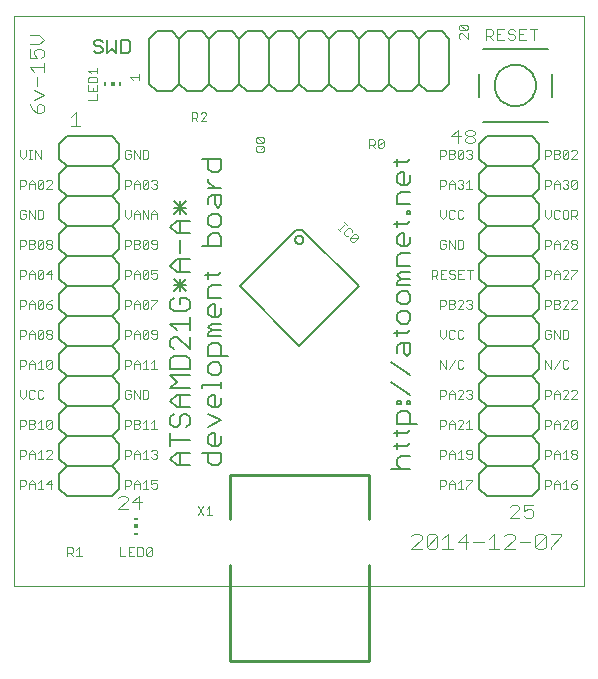
<source format=gto>
G75*
%MOIN*%
%OFA0B0*%
%FSLAX24Y24*%
%IPPOS*%
%LPD*%
%AMOC8*
5,1,8,0,0,1.08239X$1,22.5*
%
%ADD10C,0.0000*%
%ADD11C,0.0060*%
%ADD12C,0.0030*%
%ADD13C,0.0040*%
%ADD14C,0.0050*%
%ADD15C,0.0100*%
%ADD16C,0.0080*%
%ADD17R,0.0118X0.0059*%
%ADD18R,0.0118X0.0118*%
%ADD19R,0.0059X0.0118*%
D10*
X001150Y002646D02*
X001150Y021646D01*
X020150Y021646D01*
X020150Y002646D01*
X001150Y002646D01*
D11*
X002900Y005646D02*
X004400Y005646D01*
X004650Y005896D01*
X004650Y006396D01*
X004400Y006646D01*
X002900Y006646D01*
X002650Y006396D01*
X002650Y005896D01*
X002900Y005646D01*
X002900Y006646D02*
X002650Y006896D01*
X002650Y007396D01*
X002900Y007646D01*
X004400Y007646D01*
X004650Y007396D01*
X004650Y006896D01*
X004400Y006646D01*
X004400Y007646D02*
X004650Y007896D01*
X004650Y008396D01*
X004400Y008646D01*
X002900Y008646D01*
X002650Y008896D01*
X002650Y009396D01*
X002900Y009646D01*
X004400Y009646D01*
X004650Y009396D01*
X004650Y008896D01*
X004400Y008646D01*
X004400Y009646D02*
X004650Y009896D01*
X004650Y010396D01*
X004400Y010646D01*
X002900Y010646D01*
X002650Y010896D01*
X002650Y011396D01*
X002900Y011646D01*
X004400Y011646D01*
X004650Y011396D01*
X004650Y010896D01*
X004400Y010646D01*
X004400Y011646D02*
X004650Y011896D01*
X004650Y012396D01*
X004400Y012646D01*
X002900Y012646D01*
X002650Y012396D01*
X002650Y011896D01*
X002900Y011646D01*
X002900Y012646D02*
X002650Y012896D01*
X002650Y013396D01*
X002900Y013646D01*
X004400Y013646D01*
X004650Y013396D01*
X004650Y012896D01*
X004400Y012646D01*
X004400Y013646D02*
X004650Y013896D01*
X004650Y014396D01*
X004400Y014646D01*
X002900Y014646D01*
X002650Y014396D01*
X002650Y013896D01*
X002900Y013646D01*
X002900Y014646D02*
X002650Y014896D01*
X002650Y015396D01*
X002900Y015646D01*
X004400Y015646D01*
X004650Y015396D01*
X004650Y014896D01*
X004400Y014646D01*
X004400Y015646D02*
X004650Y015896D01*
X004650Y016396D01*
X004400Y016646D01*
X002900Y016646D01*
X002650Y016396D01*
X002650Y015896D01*
X002900Y015646D01*
X002900Y016646D02*
X002650Y016896D01*
X002650Y017396D01*
X002900Y017646D01*
X004400Y017646D01*
X004650Y017396D01*
X004650Y016896D01*
X004400Y016646D01*
X006354Y014629D02*
X006568Y014842D01*
X006995Y014842D01*
X006888Y015060D02*
X006461Y015487D01*
X006461Y015273D02*
X006888Y015273D01*
X006888Y015487D02*
X006461Y015060D01*
X006675Y015060D02*
X006675Y015487D01*
X006675Y014842D02*
X006675Y014415D01*
X006568Y014415D02*
X006354Y014629D01*
X006568Y014415D02*
X006995Y014415D01*
X006675Y014198D02*
X006675Y013771D01*
X006675Y013553D02*
X006675Y013126D01*
X006568Y013126D02*
X006354Y013340D01*
X006568Y013553D01*
X006995Y013553D01*
X006995Y013126D02*
X006568Y013126D01*
X006675Y012909D02*
X006675Y012482D01*
X006888Y012482D02*
X006461Y012909D01*
X006461Y012695D02*
X006888Y012695D01*
X006888Y012909D02*
X006461Y012482D01*
X006461Y012264D02*
X006354Y012157D01*
X006354Y011944D01*
X006461Y011837D01*
X006888Y011837D01*
X006995Y011944D01*
X006995Y012157D01*
X006888Y012264D01*
X006675Y012264D01*
X006675Y012051D01*
X006995Y011620D02*
X006995Y011193D01*
X006995Y011406D02*
X006354Y011406D01*
X006568Y011193D01*
X006568Y010975D02*
X006461Y010975D01*
X006354Y010868D01*
X006354Y010655D01*
X006461Y010548D01*
X006461Y010331D02*
X006354Y010224D01*
X006354Y009904D01*
X006995Y009904D01*
X006995Y010224D01*
X006888Y010331D01*
X006461Y010331D01*
X006995Y010548D02*
X006568Y010975D01*
X006995Y010975D02*
X006995Y010548D01*
X007618Y010654D02*
X007618Y010333D01*
X008259Y010333D01*
X008045Y010333D02*
X008045Y010654D01*
X007938Y010760D01*
X007725Y010760D01*
X007618Y010654D01*
X007618Y010978D02*
X007618Y011085D01*
X007725Y011191D01*
X007618Y011298D01*
X007725Y011405D01*
X008045Y011405D01*
X008045Y011191D02*
X007725Y011191D01*
X007618Y010978D02*
X008045Y010978D01*
X007938Y011622D02*
X007725Y011622D01*
X007618Y011729D01*
X007618Y011943D01*
X007725Y012049D01*
X007831Y012049D01*
X007831Y011622D01*
X007938Y011622D02*
X008045Y011729D01*
X008045Y011943D01*
X008045Y012267D02*
X007618Y012267D01*
X007618Y012587D01*
X007725Y012694D01*
X008045Y012694D01*
X007938Y013018D02*
X007511Y013018D01*
X007618Y012911D02*
X007618Y013125D01*
X007938Y013018D02*
X008045Y013125D01*
X008670Y012646D02*
X010544Y014520D01*
X010756Y014520D01*
X012630Y012646D01*
X010650Y010666D01*
X008670Y012646D01*
X008045Y013986D02*
X007404Y013986D01*
X007618Y013986D02*
X007618Y014306D01*
X007725Y014413D01*
X007938Y014413D01*
X008045Y014306D01*
X008045Y013986D01*
X007938Y014630D02*
X007725Y014630D01*
X007618Y014737D01*
X007618Y014951D01*
X007725Y015057D01*
X007938Y015057D01*
X008045Y014951D01*
X008045Y014737D01*
X007938Y014630D01*
X007938Y015275D02*
X007831Y015382D01*
X007831Y015702D01*
X007725Y015702D02*
X008045Y015702D01*
X008045Y015382D01*
X007938Y015275D01*
X007618Y015595D02*
X007725Y015702D01*
X007618Y015595D02*
X007618Y015382D01*
X007618Y015919D02*
X008045Y015919D01*
X007831Y015919D02*
X007618Y016133D01*
X007618Y016240D01*
X007725Y016456D02*
X007618Y016563D01*
X007618Y016884D01*
X007404Y016884D02*
X008045Y016884D01*
X008045Y016563D01*
X007938Y016456D01*
X007725Y016456D01*
X007900Y019146D02*
X008400Y019146D01*
X008650Y019396D01*
X008650Y020896D01*
X008900Y021146D01*
X009400Y021146D01*
X009650Y020896D01*
X009650Y019396D01*
X009900Y019146D01*
X010400Y019146D01*
X010650Y019396D01*
X010650Y020896D01*
X010900Y021146D01*
X011400Y021146D01*
X011650Y020896D01*
X011650Y019396D01*
X011900Y019146D01*
X012400Y019146D01*
X012650Y019396D01*
X012650Y020896D01*
X012900Y021146D01*
X013400Y021146D01*
X013650Y020896D01*
X013650Y019396D01*
X013400Y019146D01*
X012900Y019146D01*
X012650Y019396D01*
X011650Y019396D02*
X011400Y019146D01*
X010900Y019146D01*
X010650Y019396D01*
X009650Y019396D02*
X009400Y019146D01*
X008900Y019146D01*
X008650Y019396D01*
X007900Y019146D02*
X007650Y019396D01*
X007650Y020896D01*
X007900Y021146D01*
X008400Y021146D01*
X008650Y020896D01*
X007650Y020896D02*
X007400Y021146D01*
X006900Y021146D01*
X006650Y020896D01*
X006650Y019396D01*
X006900Y019146D01*
X007400Y019146D01*
X007650Y019396D01*
X006650Y019396D02*
X006400Y019146D01*
X005900Y019146D01*
X005650Y019396D01*
X005650Y020896D01*
X005900Y021146D01*
X006400Y021146D01*
X006650Y020896D01*
X009650Y020896D02*
X009900Y021146D01*
X010400Y021146D01*
X010650Y020896D01*
X011650Y020896D02*
X011900Y021146D01*
X012400Y021146D01*
X012650Y020896D01*
X013650Y020896D02*
X013900Y021146D01*
X014400Y021146D01*
X014650Y020896D01*
X014900Y021146D01*
X015400Y021146D01*
X015650Y020896D01*
X015650Y019396D01*
X015400Y019146D01*
X014900Y019146D01*
X014650Y019396D01*
X014650Y020896D01*
X014650Y019396D02*
X014400Y019146D01*
X013900Y019146D01*
X013650Y019396D01*
X013918Y016885D02*
X013918Y016671D01*
X013811Y016778D02*
X014238Y016778D01*
X014345Y016885D01*
X014131Y016454D02*
X014025Y016454D01*
X013918Y016347D01*
X013918Y016134D01*
X014025Y016027D01*
X014238Y016027D01*
X014345Y016134D01*
X014345Y016347D01*
X014131Y016454D02*
X014131Y016027D01*
X014025Y015809D02*
X014345Y015809D01*
X014025Y015809D02*
X013918Y015703D01*
X013918Y015382D01*
X014345Y015382D01*
X014345Y015167D02*
X014238Y015167D01*
X014238Y015060D01*
X014345Y015060D01*
X014345Y015167D01*
X014345Y014844D02*
X014238Y014737D01*
X013811Y014737D01*
X013918Y014630D02*
X013918Y014844D01*
X014025Y014413D02*
X014131Y014413D01*
X014131Y013986D01*
X014025Y013986D02*
X014238Y013986D01*
X014345Y014092D01*
X014345Y014306D01*
X014025Y014413D02*
X013918Y014306D01*
X013918Y014092D01*
X014025Y013986D01*
X014025Y013768D02*
X014345Y013768D01*
X014025Y013768D02*
X013918Y013661D01*
X013918Y013341D01*
X014345Y013341D01*
X014345Y013124D02*
X014025Y013124D01*
X013918Y013017D01*
X014025Y012910D01*
X014345Y012910D01*
X014345Y012697D02*
X013918Y012697D01*
X013918Y012803D01*
X014025Y012910D01*
X014025Y012479D02*
X013918Y012372D01*
X013918Y012159D01*
X014025Y012052D01*
X014238Y012052D01*
X014345Y012159D01*
X014345Y012372D01*
X014238Y012479D01*
X014025Y012479D01*
X014025Y011835D02*
X013918Y011728D01*
X013918Y011514D01*
X014025Y011408D01*
X014238Y011408D01*
X014345Y011514D01*
X014345Y011728D01*
X014238Y011835D01*
X014025Y011835D01*
X013918Y011191D02*
X013918Y010978D01*
X013811Y011085D02*
X014238Y011085D01*
X014345Y011191D01*
X014345Y010760D02*
X014025Y010760D01*
X013918Y010654D01*
X013918Y010440D01*
X014131Y010440D02*
X014131Y010760D01*
X014345Y010760D02*
X014345Y010440D01*
X014238Y010333D01*
X014131Y010440D01*
X013704Y010116D02*
X014345Y009689D01*
X014345Y009044D02*
X013704Y009471D01*
X013918Y008829D02*
X014025Y008829D01*
X014025Y008722D01*
X013918Y008722D01*
X013918Y008829D01*
X014238Y008829D02*
X014345Y008829D01*
X014345Y008722D01*
X014238Y008722D01*
X014238Y008829D01*
X014238Y008504D02*
X014025Y008504D01*
X013918Y008398D01*
X013918Y008077D01*
X014559Y008077D01*
X014345Y008077D02*
X014345Y008398D01*
X014238Y008504D01*
X014345Y007861D02*
X014238Y007754D01*
X013811Y007754D01*
X013918Y007648D02*
X013918Y007861D01*
X013918Y007431D02*
X013918Y007218D01*
X013811Y007325D02*
X014238Y007325D01*
X014345Y007431D01*
X014345Y007000D02*
X014025Y007000D01*
X013918Y006894D01*
X013918Y006680D01*
X014025Y006573D01*
X014345Y006573D02*
X013704Y006573D01*
X016650Y006396D02*
X016650Y005896D01*
X016900Y005646D01*
X018400Y005646D01*
X018650Y005896D01*
X018650Y006396D01*
X018400Y006646D01*
X016900Y006646D01*
X016650Y006896D01*
X016650Y007396D01*
X016900Y007646D01*
X018400Y007646D01*
X018650Y007896D01*
X018650Y008396D01*
X018400Y008646D01*
X016900Y008646D01*
X016650Y008896D01*
X016650Y009396D01*
X016900Y009646D01*
X018400Y009646D01*
X018650Y009896D01*
X018650Y010396D01*
X018400Y010646D01*
X016900Y010646D01*
X016650Y010896D01*
X016650Y011396D01*
X016900Y011646D01*
X018400Y011646D01*
X018650Y011896D01*
X018650Y012396D01*
X018400Y012646D01*
X016900Y012646D01*
X016650Y012896D01*
X016650Y013396D01*
X016900Y013646D01*
X018400Y013646D01*
X018650Y013396D01*
X018650Y012896D01*
X018400Y012646D01*
X018400Y011646D02*
X018650Y011396D01*
X018650Y010896D01*
X018400Y010646D01*
X018400Y009646D02*
X018650Y009396D01*
X018650Y008896D01*
X018400Y008646D01*
X018400Y007646D02*
X018650Y007396D01*
X018650Y006896D01*
X018400Y006646D01*
X016900Y006646D02*
X016650Y006396D01*
X016900Y007646D02*
X016650Y007896D01*
X016650Y008396D01*
X016900Y008646D01*
X016900Y009646D02*
X016650Y009896D01*
X016650Y010396D01*
X016900Y010646D01*
X016900Y011646D02*
X016650Y011896D01*
X016650Y012396D01*
X016900Y012646D01*
X016900Y013646D02*
X016650Y013896D01*
X016650Y014396D01*
X016900Y014646D01*
X018400Y014646D01*
X018650Y014396D01*
X018650Y013896D01*
X018400Y013646D01*
X018400Y014646D02*
X018650Y014896D01*
X018650Y015396D01*
X018400Y015646D01*
X016900Y015646D01*
X016650Y015896D01*
X016650Y016396D01*
X016900Y016646D01*
X016650Y016896D01*
X016650Y017396D01*
X016900Y017646D01*
X018400Y017646D01*
X018650Y017396D01*
X018650Y016896D01*
X018400Y016646D01*
X016900Y016646D01*
X016900Y015646D02*
X016650Y015396D01*
X016650Y014896D01*
X016900Y014646D01*
X018400Y015646D02*
X018650Y015896D01*
X018650Y016396D01*
X018400Y016646D01*
X010509Y014202D02*
X010511Y014225D01*
X010517Y014248D01*
X010526Y014269D01*
X010539Y014289D01*
X010555Y014306D01*
X010573Y014320D01*
X010593Y014331D01*
X010615Y014339D01*
X010638Y014343D01*
X010662Y014343D01*
X010685Y014339D01*
X010707Y014331D01*
X010727Y014320D01*
X010745Y014306D01*
X010761Y014289D01*
X010774Y014269D01*
X010783Y014248D01*
X010789Y014225D01*
X010791Y014202D01*
X010789Y014179D01*
X010783Y014156D01*
X010774Y014135D01*
X010761Y014115D01*
X010745Y014098D01*
X010727Y014084D01*
X010707Y014073D01*
X010685Y014065D01*
X010662Y014061D01*
X010638Y014061D01*
X010615Y014065D01*
X010593Y014073D01*
X010573Y014084D01*
X010555Y014098D01*
X010539Y014115D01*
X010526Y014135D01*
X010517Y014156D01*
X010511Y014179D01*
X010509Y014202D01*
X007938Y010116D02*
X007725Y010116D01*
X007618Y010009D01*
X007618Y009795D01*
X007725Y009689D01*
X007938Y009689D01*
X008045Y009795D01*
X008045Y010009D01*
X007938Y010116D01*
X008045Y009473D02*
X008045Y009259D01*
X008045Y009366D02*
X007404Y009366D01*
X007404Y009259D01*
X007725Y009042D02*
X007618Y008935D01*
X007618Y008721D01*
X007725Y008614D01*
X007938Y008614D01*
X008045Y008721D01*
X008045Y008935D01*
X007831Y009042D02*
X007831Y008614D01*
X007618Y008397D02*
X008045Y008183D01*
X007618Y007970D01*
X007725Y007752D02*
X007618Y007646D01*
X007618Y007432D01*
X007725Y007325D01*
X007938Y007325D01*
X008045Y007432D01*
X008045Y007646D01*
X007831Y007752D02*
X007831Y007325D01*
X007618Y007108D02*
X007618Y006788D01*
X007725Y006681D01*
X007938Y006681D01*
X008045Y006788D01*
X008045Y007108D01*
X007404Y007108D01*
X006995Y007108D02*
X006568Y007108D01*
X006354Y006894D01*
X006568Y006681D01*
X006995Y006681D01*
X006675Y006681D02*
X006675Y007108D01*
X006354Y007325D02*
X006354Y007752D01*
X006354Y007539D02*
X006995Y007539D01*
X006888Y007970D02*
X006995Y008077D01*
X006995Y008290D01*
X006888Y008397D01*
X006781Y008397D01*
X006675Y008290D01*
X006675Y008077D01*
X006568Y007970D01*
X006461Y007970D01*
X006354Y008077D01*
X006354Y008290D01*
X006461Y008397D01*
X006568Y008614D02*
X006354Y008828D01*
X006568Y009042D01*
X006995Y009042D01*
X006995Y009259D02*
X006354Y009259D01*
X006568Y009473D01*
X006354Y009686D01*
X006995Y009686D01*
X006675Y009042D02*
X006675Y008614D01*
X006568Y008614D02*
X006995Y008614D01*
X007725Y009042D02*
X007831Y009042D01*
X007831Y007752D02*
X007725Y007752D01*
X002900Y007646D02*
X002650Y007896D01*
X002650Y008396D01*
X002900Y008646D01*
X002900Y009646D02*
X002650Y009896D01*
X002650Y010396D01*
X002900Y010646D01*
D12*
X002417Y010959D02*
X002369Y010911D01*
X002272Y010911D01*
X002224Y010959D01*
X002224Y011008D01*
X002272Y011056D01*
X002369Y011056D01*
X002417Y011008D01*
X002417Y010959D01*
X002369Y011056D02*
X002417Y011105D01*
X002417Y011153D01*
X002369Y011201D01*
X002272Y011201D01*
X002224Y011153D01*
X002224Y011105D01*
X002272Y011056D01*
X002123Y010959D02*
X002074Y010911D01*
X001978Y010911D01*
X001929Y010959D01*
X002123Y011153D01*
X002123Y010959D01*
X001929Y010959D02*
X001929Y011153D01*
X001978Y011201D01*
X002074Y011201D01*
X002123Y011153D01*
X001828Y011105D02*
X001828Y010911D01*
X001828Y011056D02*
X001635Y011056D01*
X001635Y011105D02*
X001731Y011201D01*
X001828Y011105D01*
X001635Y011105D02*
X001635Y010911D01*
X001533Y011056D02*
X001485Y011008D01*
X001340Y011008D01*
X001340Y010911D02*
X001340Y011201D01*
X001485Y011201D01*
X001533Y011153D01*
X001533Y011056D01*
X001485Y010201D02*
X001533Y010153D01*
X001533Y010056D01*
X001485Y010008D01*
X001340Y010008D01*
X001340Y009911D02*
X001340Y010201D01*
X001485Y010201D01*
X001635Y010105D02*
X001635Y009911D01*
X001635Y010056D02*
X001828Y010056D01*
X001828Y010105D02*
X001828Y009911D01*
X001929Y009911D02*
X002123Y009911D01*
X002026Y009911D02*
X002026Y010201D01*
X001929Y010105D01*
X001828Y010105D02*
X001731Y010201D01*
X001635Y010105D01*
X002224Y010153D02*
X002224Y009959D01*
X002417Y010153D01*
X002417Y009959D01*
X002369Y009911D01*
X002272Y009911D01*
X002224Y009959D01*
X002224Y010153D02*
X002272Y010201D01*
X002369Y010201D01*
X002417Y010153D01*
X002074Y009201D02*
X001978Y009201D01*
X001929Y009153D01*
X001929Y008959D01*
X001978Y008911D01*
X002074Y008911D01*
X002123Y008959D01*
X002123Y009153D02*
X002074Y009201D01*
X001828Y009153D02*
X001780Y009201D01*
X001683Y009201D01*
X001635Y009153D01*
X001635Y008959D01*
X001683Y008911D01*
X001780Y008911D01*
X001828Y008959D01*
X001533Y009008D02*
X001533Y009201D01*
X001340Y009201D02*
X001340Y009008D01*
X001437Y008911D01*
X001533Y009008D01*
X001485Y008201D02*
X001533Y008153D01*
X001533Y008056D01*
X001485Y008008D01*
X001340Y008008D01*
X001340Y007911D02*
X001340Y008201D01*
X001485Y008201D01*
X001635Y008201D02*
X001635Y007911D01*
X001780Y007911D01*
X001828Y007959D01*
X001828Y008008D01*
X001780Y008056D01*
X001635Y008056D01*
X001780Y008056D02*
X001828Y008105D01*
X001828Y008153D01*
X001780Y008201D01*
X001635Y008201D01*
X001929Y008105D02*
X002026Y008201D01*
X002026Y007911D01*
X001929Y007911D02*
X002123Y007911D01*
X002224Y007959D02*
X002224Y008153D01*
X002272Y008201D01*
X002369Y008201D01*
X002417Y008153D01*
X002224Y007959D01*
X002272Y007911D01*
X002369Y007911D01*
X002417Y007959D01*
X002417Y008153D01*
X002369Y007201D02*
X002272Y007201D01*
X002224Y007153D01*
X002369Y007201D02*
X002417Y007153D01*
X002417Y007105D01*
X002224Y006911D01*
X002417Y006911D01*
X002123Y006911D02*
X001929Y006911D01*
X002026Y006911D02*
X002026Y007201D01*
X001929Y007105D01*
X001828Y007105D02*
X001828Y006911D01*
X001828Y007056D02*
X001635Y007056D01*
X001635Y007105D02*
X001635Y006911D01*
X001533Y007056D02*
X001485Y007008D01*
X001340Y007008D01*
X001340Y006911D02*
X001340Y007201D01*
X001485Y007201D01*
X001533Y007153D01*
X001533Y007056D01*
X001635Y007105D02*
X001731Y007201D01*
X001828Y007105D01*
X001731Y006201D02*
X001828Y006105D01*
X001828Y005911D01*
X001929Y005911D02*
X002123Y005911D01*
X002026Y005911D02*
X002026Y006201D01*
X001929Y006105D01*
X001828Y006056D02*
X001635Y006056D01*
X001635Y006105D02*
X001731Y006201D01*
X001635Y006105D02*
X001635Y005911D01*
X001533Y006056D02*
X001485Y006008D01*
X001340Y006008D01*
X001340Y005911D02*
X001340Y006201D01*
X001485Y006201D01*
X001533Y006153D01*
X001533Y006056D01*
X002224Y006056D02*
X002417Y006056D01*
X002369Y005911D02*
X002369Y006201D01*
X002224Y006056D01*
X002915Y003951D02*
X003060Y003951D01*
X003108Y003903D01*
X003108Y003806D01*
X003060Y003758D01*
X002915Y003758D01*
X003012Y003758D02*
X003108Y003661D01*
X003210Y003661D02*
X003403Y003661D01*
X003306Y003661D02*
X003306Y003951D01*
X003210Y003855D01*
X002915Y003951D02*
X002915Y003661D01*
X004665Y003661D02*
X004858Y003661D01*
X004960Y003661D02*
X004960Y003951D01*
X005153Y003951D01*
X005254Y003951D02*
X005399Y003951D01*
X005448Y003903D01*
X005448Y003709D01*
X005399Y003661D01*
X005254Y003661D01*
X005254Y003951D01*
X005056Y003806D02*
X004960Y003806D01*
X004960Y003661D02*
X005153Y003661D01*
X005549Y003709D02*
X005742Y003903D01*
X005742Y003709D01*
X005694Y003661D01*
X005597Y003661D01*
X005549Y003709D01*
X005549Y003903D01*
X005597Y003951D01*
X005694Y003951D01*
X005742Y003903D01*
X004665Y003951D02*
X004665Y003661D01*
X004840Y005911D02*
X004840Y006201D01*
X004985Y006201D01*
X005033Y006153D01*
X005033Y006056D01*
X004985Y006008D01*
X004840Y006008D01*
X005135Y006056D02*
X005328Y006056D01*
X005328Y006105D02*
X005328Y005911D01*
X005429Y005911D02*
X005623Y005911D01*
X005526Y005911D02*
X005526Y006201D01*
X005429Y006105D01*
X005328Y006105D02*
X005231Y006201D01*
X005135Y006105D01*
X005135Y005911D01*
X005724Y005959D02*
X005772Y005911D01*
X005869Y005911D01*
X005917Y005959D01*
X005917Y006056D01*
X005869Y006105D01*
X005821Y006105D01*
X005724Y006056D01*
X005724Y006201D01*
X005917Y006201D01*
X005869Y006911D02*
X005772Y006911D01*
X005724Y006959D01*
X005623Y006911D02*
X005429Y006911D01*
X005526Y006911D02*
X005526Y007201D01*
X005429Y007105D01*
X005328Y007105D02*
X005328Y006911D01*
X005328Y007056D02*
X005135Y007056D01*
X005135Y007105D02*
X005135Y006911D01*
X005033Y007056D02*
X005033Y007153D01*
X004985Y007201D01*
X004840Y007201D01*
X004840Y006911D01*
X004840Y007008D02*
X004985Y007008D01*
X005033Y007056D01*
X005135Y007105D02*
X005231Y007201D01*
X005328Y007105D01*
X005724Y007153D02*
X005772Y007201D01*
X005869Y007201D01*
X005917Y007153D01*
X005917Y007105D01*
X005869Y007056D01*
X005917Y007008D01*
X005917Y006959D01*
X005869Y006911D01*
X005869Y007056D02*
X005821Y007056D01*
X005821Y007911D02*
X005821Y008201D01*
X005724Y008105D01*
X005724Y007911D02*
X005917Y007911D01*
X005623Y007911D02*
X005429Y007911D01*
X005526Y007911D02*
X005526Y008201D01*
X005429Y008105D01*
X005328Y008105D02*
X005280Y008056D01*
X005135Y008056D01*
X005033Y008056D02*
X004985Y008008D01*
X004840Y008008D01*
X004840Y007911D02*
X004840Y008201D01*
X004985Y008201D01*
X005033Y008153D01*
X005033Y008056D01*
X005135Y007911D02*
X005280Y007911D01*
X005328Y007959D01*
X005328Y008008D01*
X005280Y008056D01*
X005328Y008105D02*
X005328Y008153D01*
X005280Y008201D01*
X005135Y008201D01*
X005135Y007911D01*
X005135Y008911D02*
X005135Y009201D01*
X005328Y008911D01*
X005328Y009201D01*
X005429Y009201D02*
X005574Y009201D01*
X005623Y009153D01*
X005623Y008959D01*
X005574Y008911D01*
X005429Y008911D01*
X005429Y009201D01*
X005033Y009153D02*
X004985Y009201D01*
X004888Y009201D01*
X004840Y009153D01*
X004840Y008959D01*
X004888Y008911D01*
X004985Y008911D01*
X005033Y008959D01*
X005033Y009056D01*
X004937Y009056D01*
X004840Y009911D02*
X004840Y010201D01*
X004985Y010201D01*
X005033Y010153D01*
X005033Y010056D01*
X004985Y010008D01*
X004840Y010008D01*
X005135Y010056D02*
X005328Y010056D01*
X005328Y010105D02*
X005328Y009911D01*
X005429Y009911D02*
X005623Y009911D01*
X005526Y009911D02*
X005526Y010201D01*
X005429Y010105D01*
X005328Y010105D02*
X005231Y010201D01*
X005135Y010105D01*
X005135Y009911D01*
X005724Y009911D02*
X005917Y009911D01*
X005821Y009911D02*
X005821Y010201D01*
X005724Y010105D01*
X005772Y010911D02*
X005869Y010911D01*
X005917Y010959D01*
X005917Y011153D01*
X005869Y011201D01*
X005772Y011201D01*
X005724Y011153D01*
X005724Y011105D01*
X005772Y011056D01*
X005917Y011056D01*
X005772Y010911D02*
X005724Y010959D01*
X005623Y010959D02*
X005574Y010911D01*
X005478Y010911D01*
X005429Y010959D01*
X005623Y011153D01*
X005623Y010959D01*
X005429Y010959D02*
X005429Y011153D01*
X005478Y011201D01*
X005574Y011201D01*
X005623Y011153D01*
X005328Y011105D02*
X005328Y010911D01*
X005328Y011056D02*
X005135Y011056D01*
X005135Y011105D02*
X005231Y011201D01*
X005328Y011105D01*
X005135Y011105D02*
X005135Y010911D01*
X005033Y011056D02*
X004985Y011008D01*
X004840Y011008D01*
X004840Y010911D02*
X004840Y011201D01*
X004985Y011201D01*
X005033Y011153D01*
X005033Y011056D01*
X005135Y011911D02*
X005135Y012105D01*
X005231Y012201D01*
X005328Y012105D01*
X005328Y011911D01*
X005429Y011959D02*
X005623Y012153D01*
X005623Y011959D01*
X005574Y011911D01*
X005478Y011911D01*
X005429Y011959D01*
X005429Y012153D01*
X005478Y012201D01*
X005574Y012201D01*
X005623Y012153D01*
X005724Y012201D02*
X005917Y012201D01*
X005917Y012153D01*
X005724Y011959D01*
X005724Y011911D01*
X005328Y012056D02*
X005135Y012056D01*
X005033Y012056D02*
X005033Y012153D01*
X004985Y012201D01*
X004840Y012201D01*
X004840Y011911D01*
X004840Y012008D02*
X004985Y012008D01*
X005033Y012056D01*
X005135Y012911D02*
X005135Y013105D01*
X005231Y013201D01*
X005328Y013105D01*
X005328Y012911D01*
X005429Y012959D02*
X005623Y013153D01*
X005623Y012959D01*
X005574Y012911D01*
X005478Y012911D01*
X005429Y012959D01*
X005429Y013153D01*
X005478Y013201D01*
X005574Y013201D01*
X005623Y013153D01*
X005724Y013201D02*
X005724Y013056D01*
X005821Y013105D01*
X005869Y013105D01*
X005917Y013056D01*
X005917Y012959D01*
X005869Y012911D01*
X005772Y012911D01*
X005724Y012959D01*
X005724Y013201D02*
X005917Y013201D01*
X005328Y013056D02*
X005135Y013056D01*
X005033Y013056D02*
X004985Y013008D01*
X004840Y013008D01*
X004840Y012911D02*
X004840Y013201D01*
X004985Y013201D01*
X005033Y013153D01*
X005033Y013056D01*
X005135Y013911D02*
X005280Y013911D01*
X005328Y013959D01*
X005328Y014008D01*
X005280Y014056D01*
X005135Y014056D01*
X005033Y014056D02*
X005033Y014153D01*
X004985Y014201D01*
X004840Y014201D01*
X004840Y013911D01*
X004840Y014008D02*
X004985Y014008D01*
X005033Y014056D01*
X005135Y013911D02*
X005135Y014201D01*
X005280Y014201D01*
X005328Y014153D01*
X005328Y014105D01*
X005280Y014056D01*
X005429Y013959D02*
X005429Y014153D01*
X005478Y014201D01*
X005574Y014201D01*
X005623Y014153D01*
X005429Y013959D01*
X005478Y013911D01*
X005574Y013911D01*
X005623Y013959D01*
X005623Y014153D01*
X005724Y014153D02*
X005724Y014105D01*
X005772Y014056D01*
X005917Y014056D01*
X005917Y013959D02*
X005917Y014153D01*
X005869Y014201D01*
X005772Y014201D01*
X005724Y014153D01*
X005724Y013959D02*
X005772Y013911D01*
X005869Y013911D01*
X005917Y013959D01*
X005917Y014911D02*
X005917Y015105D01*
X005821Y015201D01*
X005724Y015105D01*
X005724Y014911D01*
X005623Y014911D02*
X005623Y015201D01*
X005724Y015056D02*
X005917Y015056D01*
X005623Y014911D02*
X005429Y015201D01*
X005429Y014911D01*
X005328Y014911D02*
X005328Y015105D01*
X005231Y015201D01*
X005135Y015105D01*
X005135Y014911D01*
X005033Y015008D02*
X005033Y015201D01*
X005135Y015056D02*
X005328Y015056D01*
X005033Y015008D02*
X004937Y014911D01*
X004840Y015008D01*
X004840Y015201D01*
X004840Y015911D02*
X004840Y016201D01*
X004985Y016201D01*
X005033Y016153D01*
X005033Y016056D01*
X004985Y016008D01*
X004840Y016008D01*
X005135Y016056D02*
X005328Y016056D01*
X005328Y016105D02*
X005328Y015911D01*
X005429Y015959D02*
X005478Y015911D01*
X005574Y015911D01*
X005623Y015959D01*
X005623Y016153D01*
X005429Y015959D01*
X005429Y016153D01*
X005478Y016201D01*
X005574Y016201D01*
X005623Y016153D01*
X005724Y016153D02*
X005772Y016201D01*
X005869Y016201D01*
X005917Y016153D01*
X005917Y016105D01*
X005869Y016056D01*
X005917Y016008D01*
X005917Y015959D01*
X005869Y015911D01*
X005772Y015911D01*
X005724Y015959D01*
X005821Y016056D02*
X005869Y016056D01*
X005328Y016105D02*
X005231Y016201D01*
X005135Y016105D01*
X005135Y015911D01*
X005135Y016911D02*
X005135Y017201D01*
X005328Y016911D01*
X005328Y017201D01*
X005429Y017201D02*
X005574Y017201D01*
X005623Y017153D01*
X005623Y016959D01*
X005574Y016911D01*
X005429Y016911D01*
X005429Y017201D01*
X005033Y017153D02*
X004985Y017201D01*
X004888Y017201D01*
X004840Y017153D01*
X004840Y016959D01*
X004888Y016911D01*
X004985Y016911D01*
X005033Y016959D01*
X005033Y017056D01*
X004937Y017056D01*
X003910Y018861D02*
X003620Y018861D01*
X003910Y018861D02*
X003910Y019055D01*
X003910Y019156D02*
X003910Y019349D01*
X003910Y019450D02*
X003910Y019595D01*
X003862Y019644D01*
X003668Y019644D01*
X003620Y019595D01*
X003620Y019450D01*
X003910Y019450D01*
X003765Y019252D02*
X003765Y019156D01*
X003620Y019156D02*
X003910Y019156D01*
X003620Y019156D02*
X003620Y019349D01*
X003717Y019745D02*
X003620Y019842D01*
X003910Y019842D01*
X003910Y019745D02*
X003910Y019939D01*
X005020Y019633D02*
X005310Y019633D01*
X005310Y019536D02*
X005310Y019730D01*
X005117Y019536D02*
X005020Y019633D01*
X007065Y018451D02*
X007065Y018161D01*
X007065Y018258D02*
X007210Y018258D01*
X007258Y018306D01*
X007258Y018403D01*
X007210Y018451D01*
X007065Y018451D01*
X007162Y018258D02*
X007258Y018161D01*
X007360Y018161D02*
X007553Y018355D01*
X007553Y018403D01*
X007505Y018451D01*
X007408Y018451D01*
X007360Y018403D01*
X007360Y018161D02*
X007553Y018161D01*
X009195Y017576D02*
X009195Y017479D01*
X009243Y017431D01*
X009437Y017431D01*
X009243Y017624D01*
X009437Y017624D01*
X009485Y017576D01*
X009485Y017479D01*
X009437Y017431D01*
X009437Y017330D02*
X009485Y017281D01*
X009485Y017184D01*
X009437Y017136D01*
X009243Y017136D01*
X009195Y017184D01*
X009195Y017281D01*
X009243Y017330D01*
X009437Y017330D01*
X009485Y017330D02*
X009388Y017233D01*
X009195Y017576D02*
X009243Y017624D01*
X012157Y014779D02*
X012225Y014710D01*
X012191Y014744D02*
X011986Y014539D01*
X011952Y014573D02*
X012020Y014505D01*
X012125Y014469D02*
X012125Y014400D01*
X012193Y014332D01*
X012261Y014332D01*
X012333Y014260D02*
X012607Y014260D01*
X012470Y014124D01*
X012401Y014124D01*
X012333Y014192D01*
X012333Y014260D01*
X012470Y014397D01*
X012538Y014397D01*
X012607Y014329D01*
X012607Y014260D01*
X012398Y014469D02*
X012398Y014537D01*
X012330Y014606D01*
X012261Y014606D01*
X012125Y014469D01*
X012976Y017266D02*
X012976Y017556D01*
X013121Y017556D01*
X013169Y017508D01*
X013169Y017411D01*
X013121Y017363D01*
X012976Y017363D01*
X013072Y017363D02*
X013169Y017266D01*
X013270Y017314D02*
X013270Y017508D01*
X013319Y017556D01*
X013415Y017556D01*
X013464Y017508D01*
X013270Y017314D01*
X013319Y017266D01*
X013415Y017266D01*
X013464Y017314D01*
X013464Y017508D01*
X015340Y017201D02*
X015340Y016911D01*
X015340Y017008D02*
X015485Y017008D01*
X015533Y017056D01*
X015533Y017153D01*
X015485Y017201D01*
X015340Y017201D01*
X015635Y017201D02*
X015635Y016911D01*
X015780Y016911D01*
X015828Y016959D01*
X015828Y017008D01*
X015780Y017056D01*
X015635Y017056D01*
X015780Y017056D02*
X015828Y017105D01*
X015828Y017153D01*
X015780Y017201D01*
X015635Y017201D01*
X015929Y017153D02*
X015929Y016959D01*
X016123Y017153D01*
X016123Y016959D01*
X016074Y016911D01*
X015978Y016911D01*
X015929Y016959D01*
X015929Y017153D02*
X015978Y017201D01*
X016074Y017201D01*
X016123Y017153D01*
X016224Y017153D02*
X016272Y017201D01*
X016369Y017201D01*
X016417Y017153D01*
X016417Y017105D01*
X016369Y017056D01*
X016417Y017008D01*
X016417Y016959D01*
X016369Y016911D01*
X016272Y016911D01*
X016224Y016959D01*
X016321Y017056D02*
X016369Y017056D01*
X016321Y016201D02*
X016321Y015911D01*
X016417Y015911D02*
X016224Y015911D01*
X016123Y015959D02*
X016074Y015911D01*
X015978Y015911D01*
X015929Y015959D01*
X015828Y015911D02*
X015828Y016105D01*
X015731Y016201D01*
X015635Y016105D01*
X015635Y015911D01*
X015635Y016056D02*
X015828Y016056D01*
X015929Y016153D02*
X015978Y016201D01*
X016074Y016201D01*
X016123Y016153D01*
X016123Y016105D01*
X016074Y016056D01*
X016123Y016008D01*
X016123Y015959D01*
X016074Y016056D02*
X016026Y016056D01*
X016224Y016105D02*
X016321Y016201D01*
X015533Y016153D02*
X015533Y016056D01*
X015485Y016008D01*
X015340Y016008D01*
X015340Y015911D02*
X015340Y016201D01*
X015485Y016201D01*
X015533Y016153D01*
X015533Y015201D02*
X015533Y015008D01*
X015437Y014911D01*
X015340Y015008D01*
X015340Y015201D01*
X015635Y015153D02*
X015635Y014959D01*
X015683Y014911D01*
X015780Y014911D01*
X015828Y014959D01*
X015929Y014959D02*
X015978Y014911D01*
X016074Y014911D01*
X016123Y014959D01*
X015929Y014959D02*
X015929Y015153D01*
X015978Y015201D01*
X016074Y015201D01*
X016123Y015153D01*
X015828Y015153D02*
X015780Y015201D01*
X015683Y015201D01*
X015635Y015153D01*
X015635Y014201D02*
X015828Y013911D01*
X015828Y014201D01*
X015929Y014201D02*
X016074Y014201D01*
X016123Y014153D01*
X016123Y013959D01*
X016074Y013911D01*
X015929Y013911D01*
X015929Y014201D01*
X015635Y014201D02*
X015635Y013911D01*
X015533Y013959D02*
X015533Y014056D01*
X015437Y014056D01*
X015533Y013959D02*
X015485Y013911D01*
X015388Y013911D01*
X015340Y013959D01*
X015340Y014153D01*
X015388Y014201D01*
X015485Y014201D01*
X015533Y014153D01*
X015553Y013201D02*
X015360Y013201D01*
X015360Y012911D01*
X015553Y012911D01*
X015654Y012959D02*
X015703Y012911D01*
X015799Y012911D01*
X015848Y012959D01*
X015848Y013008D01*
X015799Y013056D01*
X015703Y013056D01*
X015654Y013105D01*
X015654Y013153D01*
X015703Y013201D01*
X015799Y013201D01*
X015848Y013153D01*
X015949Y013201D02*
X015949Y012911D01*
X016142Y012911D01*
X016046Y013056D02*
X015949Y013056D01*
X015949Y013201D02*
X016142Y013201D01*
X016244Y013201D02*
X016437Y013201D01*
X016340Y013201D02*
X016340Y012911D01*
X016369Y012201D02*
X016417Y012153D01*
X016417Y012105D01*
X016369Y012056D01*
X016417Y012008D01*
X016417Y011959D01*
X016369Y011911D01*
X016272Y011911D01*
X016224Y011959D01*
X016123Y011911D02*
X015929Y011911D01*
X016123Y012105D01*
X016123Y012153D01*
X016074Y012201D01*
X015978Y012201D01*
X015929Y012153D01*
X015828Y012153D02*
X015828Y012105D01*
X015780Y012056D01*
X015635Y012056D01*
X015533Y012056D02*
X015533Y012153D01*
X015485Y012201D01*
X015340Y012201D01*
X015340Y011911D01*
X015340Y012008D02*
X015485Y012008D01*
X015533Y012056D01*
X015635Y011911D02*
X015635Y012201D01*
X015780Y012201D01*
X015828Y012153D01*
X015780Y012056D02*
X015828Y012008D01*
X015828Y011959D01*
X015780Y011911D01*
X015635Y011911D01*
X016224Y012153D02*
X016272Y012201D01*
X016369Y012201D01*
X016369Y012056D02*
X016321Y012056D01*
X016074Y011201D02*
X015978Y011201D01*
X015929Y011153D01*
X015929Y010959D01*
X015978Y010911D01*
X016074Y010911D01*
X016123Y010959D01*
X016123Y011153D02*
X016074Y011201D01*
X015828Y011153D02*
X015780Y011201D01*
X015683Y011201D01*
X015635Y011153D01*
X015635Y010959D01*
X015683Y010911D01*
X015780Y010911D01*
X015828Y010959D01*
X015533Y011008D02*
X015437Y010911D01*
X015340Y011008D01*
X015340Y011201D01*
X015533Y011201D02*
X015533Y011008D01*
X015533Y010201D02*
X015533Y009911D01*
X015340Y010201D01*
X015340Y009911D01*
X015635Y009911D02*
X015828Y010201D01*
X015929Y010153D02*
X015929Y009959D01*
X015978Y009911D01*
X016074Y009911D01*
X016123Y009959D01*
X016123Y010153D02*
X016074Y010201D01*
X015978Y010201D01*
X015929Y010153D01*
X015978Y009201D02*
X015929Y009153D01*
X015978Y009201D02*
X016074Y009201D01*
X016123Y009153D01*
X016123Y009105D01*
X015929Y008911D01*
X016123Y008911D01*
X016224Y008959D02*
X016272Y008911D01*
X016369Y008911D01*
X016417Y008959D01*
X016417Y009008D01*
X016369Y009056D01*
X016321Y009056D01*
X016369Y009056D02*
X016417Y009105D01*
X016417Y009153D01*
X016369Y009201D01*
X016272Y009201D01*
X016224Y009153D01*
X015828Y009105D02*
X015828Y008911D01*
X015828Y009056D02*
X015635Y009056D01*
X015635Y009105D02*
X015731Y009201D01*
X015828Y009105D01*
X015635Y009105D02*
X015635Y008911D01*
X015533Y009056D02*
X015533Y009153D01*
X015485Y009201D01*
X015340Y009201D01*
X015340Y008911D01*
X015340Y009008D02*
X015485Y009008D01*
X015533Y009056D01*
X015485Y008201D02*
X015533Y008153D01*
X015533Y008056D01*
X015485Y008008D01*
X015340Y008008D01*
X015340Y007911D02*
X015340Y008201D01*
X015485Y008201D01*
X015635Y008105D02*
X015635Y007911D01*
X015635Y008056D02*
X015828Y008056D01*
X015828Y008105D02*
X015828Y007911D01*
X015929Y007911D02*
X016123Y008105D01*
X016123Y008153D01*
X016074Y008201D01*
X015978Y008201D01*
X015929Y008153D01*
X015828Y008105D02*
X015731Y008201D01*
X015635Y008105D01*
X015929Y007911D02*
X016123Y007911D01*
X016224Y007911D02*
X016417Y007911D01*
X016321Y007911D02*
X016321Y008201D01*
X016224Y008105D01*
X016272Y007201D02*
X016224Y007153D01*
X016224Y007105D01*
X016272Y007056D01*
X016417Y007056D01*
X016417Y006959D02*
X016417Y007153D01*
X016369Y007201D01*
X016272Y007201D01*
X016026Y007201D02*
X016026Y006911D01*
X015929Y006911D02*
X016123Y006911D01*
X016224Y006959D02*
X016272Y006911D01*
X016369Y006911D01*
X016417Y006959D01*
X016026Y007201D02*
X015929Y007105D01*
X015828Y007105D02*
X015828Y006911D01*
X015828Y007056D02*
X015635Y007056D01*
X015635Y007105D02*
X015635Y006911D01*
X015533Y007056D02*
X015533Y007153D01*
X015485Y007201D01*
X015340Y007201D01*
X015340Y006911D01*
X015340Y007008D02*
X015485Y007008D01*
X015533Y007056D01*
X015635Y007105D02*
X015731Y007201D01*
X015828Y007105D01*
X015731Y006201D02*
X015828Y006105D01*
X015828Y005911D01*
X015929Y005911D02*
X016123Y005911D01*
X016026Y005911D02*
X016026Y006201D01*
X015929Y006105D01*
X015828Y006056D02*
X015635Y006056D01*
X015635Y006105D02*
X015731Y006201D01*
X015635Y006105D02*
X015635Y005911D01*
X015533Y006056D02*
X015485Y006008D01*
X015340Y006008D01*
X015340Y005911D02*
X015340Y006201D01*
X015485Y006201D01*
X015533Y006153D01*
X015533Y006056D01*
X016224Y005959D02*
X016224Y005911D01*
X016224Y005959D02*
X016417Y006153D01*
X016417Y006201D01*
X016224Y006201D01*
X018840Y006201D02*
X018840Y005911D01*
X018840Y006008D02*
X018985Y006008D01*
X019033Y006056D01*
X019033Y006153D01*
X018985Y006201D01*
X018840Y006201D01*
X019135Y006105D02*
X019231Y006201D01*
X019328Y006105D01*
X019328Y005911D01*
X019429Y005911D02*
X019623Y005911D01*
X019526Y005911D02*
X019526Y006201D01*
X019429Y006105D01*
X019328Y006056D02*
X019135Y006056D01*
X019135Y006105D02*
X019135Y005911D01*
X019724Y005959D02*
X019772Y005911D01*
X019869Y005911D01*
X019917Y005959D01*
X019917Y006008D01*
X019869Y006056D01*
X019724Y006056D01*
X019724Y005959D01*
X019724Y006056D02*
X019821Y006153D01*
X019917Y006201D01*
X019869Y006911D02*
X019772Y006911D01*
X019724Y006959D01*
X019724Y007008D01*
X019772Y007056D01*
X019869Y007056D01*
X019917Y007008D01*
X019917Y006959D01*
X019869Y006911D01*
X019869Y007056D02*
X019917Y007105D01*
X019917Y007153D01*
X019869Y007201D01*
X019772Y007201D01*
X019724Y007153D01*
X019724Y007105D01*
X019772Y007056D01*
X019623Y006911D02*
X019429Y006911D01*
X019526Y006911D02*
X019526Y007201D01*
X019429Y007105D01*
X019328Y007105D02*
X019328Y006911D01*
X019328Y007056D02*
X019135Y007056D01*
X019135Y007105D02*
X019135Y006911D01*
X019033Y007056D02*
X018985Y007008D01*
X018840Y007008D01*
X018840Y006911D02*
X018840Y007201D01*
X018985Y007201D01*
X019033Y007153D01*
X019033Y007056D01*
X019135Y007105D02*
X019231Y007201D01*
X019328Y007105D01*
X019328Y007911D02*
X019328Y008105D01*
X019231Y008201D01*
X019135Y008105D01*
X019135Y007911D01*
X019135Y008056D02*
X019328Y008056D01*
X019429Y008153D02*
X019478Y008201D01*
X019574Y008201D01*
X019623Y008153D01*
X019623Y008105D01*
X019429Y007911D01*
X019623Y007911D01*
X019724Y007959D02*
X019917Y008153D01*
X019917Y007959D01*
X019869Y007911D01*
X019772Y007911D01*
X019724Y007959D01*
X019724Y008153D01*
X019772Y008201D01*
X019869Y008201D01*
X019917Y008153D01*
X019917Y008911D02*
X019724Y008911D01*
X019917Y009105D01*
X019917Y009153D01*
X019869Y009201D01*
X019772Y009201D01*
X019724Y009153D01*
X019623Y009153D02*
X019574Y009201D01*
X019478Y009201D01*
X019429Y009153D01*
X019328Y009105D02*
X019328Y008911D01*
X019429Y008911D02*
X019623Y009105D01*
X019623Y009153D01*
X019623Y008911D02*
X019429Y008911D01*
X019328Y009056D02*
X019135Y009056D01*
X019135Y009105D02*
X019231Y009201D01*
X019328Y009105D01*
X019135Y009105D02*
X019135Y008911D01*
X019033Y009056D02*
X018985Y009008D01*
X018840Y009008D01*
X018840Y008911D02*
X018840Y009201D01*
X018985Y009201D01*
X019033Y009153D01*
X019033Y009056D01*
X019033Y009911D02*
X019033Y010201D01*
X018840Y010201D02*
X018840Y009911D01*
X019033Y009911D02*
X018840Y010201D01*
X019135Y009911D02*
X019328Y010201D01*
X019429Y010153D02*
X019429Y009959D01*
X019478Y009911D01*
X019574Y009911D01*
X019623Y009959D01*
X019623Y010153D02*
X019574Y010201D01*
X019478Y010201D01*
X019429Y010153D01*
X019429Y010911D02*
X019574Y010911D01*
X019623Y010959D01*
X019623Y011153D01*
X019574Y011201D01*
X019429Y011201D01*
X019429Y010911D01*
X019328Y010911D02*
X019328Y011201D01*
X019135Y011201D02*
X019328Y010911D01*
X019135Y010911D02*
X019135Y011201D01*
X019033Y011153D02*
X018985Y011201D01*
X018888Y011201D01*
X018840Y011153D01*
X018840Y010959D01*
X018888Y010911D01*
X018985Y010911D01*
X019033Y010959D01*
X019033Y011056D01*
X018937Y011056D01*
X018840Y011911D02*
X018840Y012201D01*
X018985Y012201D01*
X019033Y012153D01*
X019033Y012056D01*
X018985Y012008D01*
X018840Y012008D01*
X019135Y012056D02*
X019280Y012056D01*
X019328Y012008D01*
X019328Y011959D01*
X019280Y011911D01*
X019135Y011911D01*
X019135Y012201D01*
X019280Y012201D01*
X019328Y012153D01*
X019328Y012105D01*
X019280Y012056D01*
X019429Y012153D02*
X019478Y012201D01*
X019574Y012201D01*
X019623Y012153D01*
X019623Y012105D01*
X019429Y011911D01*
X019623Y011911D01*
X019724Y011911D02*
X019917Y012105D01*
X019917Y012153D01*
X019869Y012201D01*
X019772Y012201D01*
X019724Y012153D01*
X019724Y011911D02*
X019917Y011911D01*
X019724Y012911D02*
X019724Y012959D01*
X019917Y013153D01*
X019917Y013201D01*
X019724Y013201D01*
X019623Y013153D02*
X019574Y013201D01*
X019478Y013201D01*
X019429Y013153D01*
X019328Y013105D02*
X019328Y012911D01*
X019429Y012911D02*
X019623Y013105D01*
X019623Y013153D01*
X019623Y012911D02*
X019429Y012911D01*
X019328Y013056D02*
X019135Y013056D01*
X019135Y013105D02*
X019231Y013201D01*
X019328Y013105D01*
X019135Y013105D02*
X019135Y012911D01*
X019033Y013056D02*
X018985Y013008D01*
X018840Y013008D01*
X018840Y012911D02*
X018840Y013201D01*
X018985Y013201D01*
X019033Y013153D01*
X019033Y013056D01*
X019135Y013911D02*
X019135Y014105D01*
X019231Y014201D01*
X019328Y014105D01*
X019328Y013911D01*
X019429Y013911D02*
X019623Y014105D01*
X019623Y014153D01*
X019574Y014201D01*
X019478Y014201D01*
X019429Y014153D01*
X019328Y014056D02*
X019135Y014056D01*
X019033Y014056D02*
X018985Y014008D01*
X018840Y014008D01*
X018840Y013911D02*
X018840Y014201D01*
X018985Y014201D01*
X019033Y014153D01*
X019033Y014056D01*
X019429Y013911D02*
X019623Y013911D01*
X019724Y013959D02*
X019724Y014008D01*
X019772Y014056D01*
X019869Y014056D01*
X019917Y014008D01*
X019917Y013959D01*
X019869Y013911D01*
X019772Y013911D01*
X019724Y013959D01*
X019772Y014056D02*
X019724Y014105D01*
X019724Y014153D01*
X019772Y014201D01*
X019869Y014201D01*
X019917Y014153D01*
X019917Y014105D01*
X019869Y014056D01*
X019917Y014911D02*
X019821Y015008D01*
X019869Y015008D02*
X019724Y015008D01*
X019724Y014911D02*
X019724Y015201D01*
X019869Y015201D01*
X019917Y015153D01*
X019917Y015056D01*
X019869Y015008D01*
X019623Y014959D02*
X019623Y015153D01*
X019574Y015201D01*
X019478Y015201D01*
X019429Y015153D01*
X019429Y014959D01*
X019478Y014911D01*
X019574Y014911D01*
X019623Y014959D01*
X019328Y014959D02*
X019280Y014911D01*
X019183Y014911D01*
X019135Y014959D01*
X019135Y015153D01*
X019183Y015201D01*
X019280Y015201D01*
X019328Y015153D01*
X019033Y015201D02*
X019033Y015008D01*
X018937Y014911D01*
X018840Y015008D01*
X018840Y015201D01*
X018840Y015911D02*
X018840Y016201D01*
X018985Y016201D01*
X019033Y016153D01*
X019033Y016056D01*
X018985Y016008D01*
X018840Y016008D01*
X019135Y016056D02*
X019328Y016056D01*
X019328Y016105D02*
X019328Y015911D01*
X019429Y015959D02*
X019478Y015911D01*
X019574Y015911D01*
X019623Y015959D01*
X019623Y016008D01*
X019574Y016056D01*
X019526Y016056D01*
X019574Y016056D02*
X019623Y016105D01*
X019623Y016153D01*
X019574Y016201D01*
X019478Y016201D01*
X019429Y016153D01*
X019328Y016105D02*
X019231Y016201D01*
X019135Y016105D01*
X019135Y015911D01*
X019724Y015959D02*
X019772Y015911D01*
X019869Y015911D01*
X019917Y015959D01*
X019917Y016153D01*
X019724Y015959D01*
X019724Y016153D01*
X019772Y016201D01*
X019869Y016201D01*
X019917Y016153D01*
X019917Y016911D02*
X019724Y016911D01*
X019917Y017105D01*
X019917Y017153D01*
X019869Y017201D01*
X019772Y017201D01*
X019724Y017153D01*
X019623Y017153D02*
X019429Y016959D01*
X019478Y016911D01*
X019574Y016911D01*
X019623Y016959D01*
X019623Y017153D01*
X019574Y017201D01*
X019478Y017201D01*
X019429Y017153D01*
X019429Y016959D01*
X019328Y016959D02*
X019280Y016911D01*
X019135Y016911D01*
X019135Y017201D01*
X019280Y017201D01*
X019328Y017153D01*
X019328Y017105D01*
X019280Y017056D01*
X019135Y017056D01*
X019033Y017056D02*
X018985Y017008D01*
X018840Y017008D01*
X018840Y016911D02*
X018840Y017201D01*
X018985Y017201D01*
X019033Y017153D01*
X019033Y017056D01*
X019280Y017056D02*
X019328Y017008D01*
X019328Y016959D01*
X018462Y020861D02*
X018462Y021231D01*
X018585Y021231D02*
X018338Y021231D01*
X018217Y021231D02*
X017970Y021231D01*
X017970Y020861D01*
X018217Y020861D01*
X018093Y021046D02*
X017970Y021046D01*
X017849Y020985D02*
X017849Y020923D01*
X017787Y020861D01*
X017663Y020861D01*
X017602Y020923D01*
X017480Y020861D02*
X017233Y020861D01*
X017233Y021231D01*
X017480Y021231D01*
X017602Y021170D02*
X017663Y021231D01*
X017787Y021231D01*
X017849Y021170D01*
X017787Y021046D02*
X017849Y020985D01*
X017787Y021046D02*
X017663Y021046D01*
X017602Y021108D01*
X017602Y021170D01*
X017357Y021046D02*
X017233Y021046D01*
X017112Y021046D02*
X017050Y020985D01*
X016865Y020985D01*
X016988Y020985D02*
X017112Y020861D01*
X017112Y021046D02*
X017112Y021170D01*
X017050Y021231D01*
X016865Y021231D01*
X016865Y020861D01*
X016260Y020886D02*
X016067Y021080D01*
X016018Y021080D01*
X015970Y021031D01*
X015970Y020934D01*
X016018Y020886D01*
X016260Y020886D02*
X016260Y021080D01*
X016212Y021181D02*
X016018Y021374D01*
X016212Y021374D01*
X016260Y021326D01*
X016260Y021229D01*
X016212Y021181D01*
X016018Y021181D01*
X015970Y021229D01*
X015970Y021326D01*
X016018Y021374D01*
X015210Y013201D02*
X015065Y013201D01*
X015065Y012911D01*
X015065Y013008D02*
X015210Y013008D01*
X015258Y013056D01*
X015258Y013153D01*
X015210Y013201D01*
X015162Y013008D02*
X015258Y012911D01*
X015360Y013056D02*
X015456Y013056D01*
X018840Y008201D02*
X018985Y008201D01*
X019033Y008153D01*
X019033Y008056D01*
X018985Y008008D01*
X018840Y008008D01*
X018840Y007911D02*
X018840Y008201D01*
X007753Y005036D02*
X007560Y005036D01*
X007656Y005036D02*
X007656Y005326D01*
X007560Y005230D01*
X007458Y005326D02*
X007265Y005036D01*
X007458Y005036D02*
X007265Y005326D01*
X002369Y011911D02*
X002272Y011911D01*
X002224Y011959D01*
X002224Y012056D01*
X002369Y012056D01*
X002417Y012008D01*
X002417Y011959D01*
X002369Y011911D01*
X002224Y012056D02*
X002321Y012153D01*
X002417Y012201D01*
X002123Y012153D02*
X001929Y011959D01*
X001978Y011911D01*
X002074Y011911D01*
X002123Y011959D01*
X002123Y012153D01*
X002074Y012201D01*
X001978Y012201D01*
X001929Y012153D01*
X001929Y011959D01*
X001828Y011911D02*
X001828Y012105D01*
X001731Y012201D01*
X001635Y012105D01*
X001635Y011911D01*
X001635Y012056D02*
X001828Y012056D01*
X001533Y012056D02*
X001533Y012153D01*
X001485Y012201D01*
X001340Y012201D01*
X001340Y011911D01*
X001340Y012008D02*
X001485Y012008D01*
X001533Y012056D01*
X001635Y012911D02*
X001635Y013105D01*
X001731Y013201D01*
X001828Y013105D01*
X001828Y012911D01*
X001929Y012959D02*
X002123Y013153D01*
X002123Y012959D01*
X002074Y012911D01*
X001978Y012911D01*
X001929Y012959D01*
X001929Y013153D01*
X001978Y013201D01*
X002074Y013201D01*
X002123Y013153D01*
X002224Y013056D02*
X002417Y013056D01*
X002369Y012911D02*
X002369Y013201D01*
X002224Y013056D01*
X001828Y013056D02*
X001635Y013056D01*
X001533Y013056D02*
X001485Y013008D01*
X001340Y013008D01*
X001340Y012911D02*
X001340Y013201D01*
X001485Y013201D01*
X001533Y013153D01*
X001533Y013056D01*
X001635Y013911D02*
X001780Y013911D01*
X001828Y013959D01*
X001828Y014008D01*
X001780Y014056D01*
X001635Y014056D01*
X001533Y014056D02*
X001485Y014008D01*
X001340Y014008D01*
X001340Y013911D02*
X001340Y014201D01*
X001485Y014201D01*
X001533Y014153D01*
X001533Y014056D01*
X001635Y013911D02*
X001635Y014201D01*
X001780Y014201D01*
X001828Y014153D01*
X001828Y014105D01*
X001780Y014056D01*
X001929Y013959D02*
X002123Y014153D01*
X002123Y013959D01*
X002074Y013911D01*
X001978Y013911D01*
X001929Y013959D01*
X001929Y014153D01*
X001978Y014201D01*
X002074Y014201D01*
X002123Y014153D01*
X002224Y014153D02*
X002224Y014105D01*
X002272Y014056D01*
X002369Y014056D01*
X002417Y014008D01*
X002417Y013959D01*
X002369Y013911D01*
X002272Y013911D01*
X002224Y013959D01*
X002224Y014008D01*
X002272Y014056D01*
X002369Y014056D02*
X002417Y014105D01*
X002417Y014153D01*
X002369Y014201D01*
X002272Y014201D01*
X002224Y014153D01*
X002074Y014911D02*
X002123Y014959D01*
X002123Y015153D01*
X002074Y015201D01*
X001929Y015201D01*
X001929Y014911D01*
X002074Y014911D01*
X001828Y014911D02*
X001828Y015201D01*
X001635Y015201D02*
X001635Y014911D01*
X001533Y014959D02*
X001533Y015056D01*
X001437Y015056D01*
X001533Y014959D02*
X001485Y014911D01*
X001388Y014911D01*
X001340Y014959D01*
X001340Y015153D01*
X001388Y015201D01*
X001485Y015201D01*
X001533Y015153D01*
X001635Y015201D02*
X001828Y014911D01*
X001828Y015911D02*
X001828Y016105D01*
X001731Y016201D01*
X001635Y016105D01*
X001635Y015911D01*
X001635Y016056D02*
X001828Y016056D01*
X001929Y015959D02*
X001978Y015911D01*
X002074Y015911D01*
X002123Y015959D01*
X002123Y016153D01*
X001929Y015959D01*
X001929Y016153D01*
X001978Y016201D01*
X002074Y016201D01*
X002123Y016153D01*
X002224Y016153D02*
X002272Y016201D01*
X002369Y016201D01*
X002417Y016153D01*
X002417Y016105D01*
X002224Y015911D01*
X002417Y015911D01*
X001533Y016056D02*
X001485Y016008D01*
X001340Y016008D01*
X001340Y015911D02*
X001340Y016201D01*
X001485Y016201D01*
X001533Y016153D01*
X001533Y016056D01*
X001437Y016911D02*
X001533Y017008D01*
X001533Y017201D01*
X001635Y017201D02*
X001731Y017201D01*
X001683Y017201D02*
X001683Y016911D01*
X001635Y016911D02*
X001731Y016911D01*
X001831Y016911D02*
X001831Y017201D01*
X002025Y016911D01*
X002025Y017201D01*
X001437Y016911D02*
X001340Y017008D01*
X001340Y017201D01*
D13*
X001900Y018416D02*
X001900Y018646D01*
X001977Y018723D01*
X002053Y018723D01*
X002130Y018646D01*
X002130Y018493D01*
X002053Y018416D01*
X001900Y018416D01*
X001746Y018570D01*
X001670Y018723D01*
X001823Y018876D02*
X002130Y019030D01*
X001823Y019183D01*
X001900Y019337D02*
X001900Y019644D01*
X001823Y019797D02*
X001670Y019951D01*
X002130Y019951D01*
X002130Y020104D02*
X002130Y019797D01*
X002053Y020258D02*
X002130Y020334D01*
X002130Y020488D01*
X002053Y020565D01*
X001900Y020565D01*
X001823Y020488D01*
X001823Y020411D01*
X001900Y020258D01*
X001670Y020258D01*
X001670Y020565D01*
X001670Y020718D02*
X001977Y020718D01*
X002130Y020871D01*
X001977Y021025D01*
X001670Y021025D01*
X003198Y018451D02*
X003045Y018298D01*
X003198Y018451D02*
X003198Y017991D01*
X003045Y017991D02*
X003352Y017991D01*
X004701Y005676D02*
X004624Y005600D01*
X004701Y005676D02*
X004854Y005676D01*
X004931Y005600D01*
X004931Y005523D01*
X004624Y005216D01*
X004931Y005216D01*
X005085Y005446D02*
X005392Y005446D01*
X005315Y005216D02*
X005315Y005676D01*
X005085Y005446D01*
X014389Y004315D02*
X014475Y004402D01*
X014649Y004402D01*
X014736Y004315D01*
X014736Y004228D01*
X014389Y003881D01*
X014736Y003881D01*
X014904Y003968D02*
X015251Y004315D01*
X015251Y003968D01*
X015164Y003881D01*
X014991Y003881D01*
X014904Y003968D01*
X014904Y004315D01*
X014991Y004402D01*
X015164Y004402D01*
X015251Y004315D01*
X015420Y004228D02*
X015593Y004402D01*
X015593Y003881D01*
X015420Y003881D02*
X015767Y003881D01*
X015936Y004141D02*
X016282Y004141D01*
X016451Y004141D02*
X016798Y004141D01*
X016967Y004228D02*
X017140Y004402D01*
X017140Y003881D01*
X016967Y003881D02*
X017314Y003881D01*
X017482Y003881D02*
X017829Y004228D01*
X017829Y004315D01*
X017743Y004402D01*
X017569Y004402D01*
X017482Y004315D01*
X017482Y003881D02*
X017829Y003881D01*
X017998Y004141D02*
X018345Y004141D01*
X018514Y003968D02*
X018514Y004315D01*
X018600Y004402D01*
X018774Y004402D01*
X018861Y004315D01*
X018514Y003968D01*
X018600Y003881D01*
X018774Y003881D01*
X018861Y003968D01*
X018861Y004315D01*
X019029Y004402D02*
X019376Y004402D01*
X019376Y004315D01*
X019029Y003968D01*
X019029Y003881D01*
X018365Y004916D02*
X018211Y004916D01*
X018135Y004993D01*
X018135Y005146D02*
X018288Y005223D01*
X018365Y005223D01*
X018442Y005146D01*
X018442Y004993D01*
X018365Y004916D01*
X018135Y005146D02*
X018135Y005376D01*
X018442Y005376D01*
X017981Y005300D02*
X017981Y005223D01*
X017674Y004916D01*
X017981Y004916D01*
X017981Y005300D02*
X017904Y005376D01*
X017751Y005376D01*
X017674Y005300D01*
X016196Y004402D02*
X016196Y003881D01*
X015936Y004141D02*
X016196Y004402D01*
X016261Y017416D02*
X016185Y017493D01*
X016185Y017570D01*
X016261Y017646D01*
X016415Y017646D01*
X016492Y017570D01*
X016492Y017493D01*
X016415Y017416D01*
X016261Y017416D01*
X016261Y017646D02*
X016185Y017723D01*
X016185Y017800D01*
X016261Y017876D01*
X016415Y017876D01*
X016492Y017800D01*
X016492Y017723D01*
X016415Y017646D01*
X016031Y017646D02*
X015724Y017646D01*
X015954Y017876D01*
X015954Y017416D01*
D14*
X005015Y020496D02*
X005015Y020796D01*
X004940Y020871D01*
X004715Y020871D01*
X004715Y020421D01*
X004940Y020421D01*
X005015Y020496D01*
X004554Y020421D02*
X004554Y020871D01*
X004404Y020571D02*
X004554Y020421D01*
X004404Y020571D02*
X004254Y020421D01*
X004254Y020871D01*
X004094Y020796D02*
X004019Y020871D01*
X003869Y020871D01*
X003794Y020796D01*
X003794Y020721D01*
X003869Y020646D01*
X004019Y020646D01*
X004094Y020571D01*
X004094Y020496D01*
X004019Y020421D01*
X003869Y020421D01*
X003794Y020496D01*
D15*
X008327Y006351D02*
X008327Y004900D01*
X008327Y006351D02*
X012973Y006351D01*
X012973Y004900D01*
X012973Y003351D02*
X012973Y000150D01*
X008327Y000150D01*
X008327Y003351D01*
D16*
X016767Y018126D02*
X018933Y018126D01*
X019070Y018952D02*
X019070Y019740D01*
X018933Y020567D02*
X016767Y020567D01*
X016630Y019740D02*
X016630Y018952D01*
X017161Y019346D02*
X017163Y019398D01*
X017169Y019450D01*
X017179Y019501D01*
X017192Y019551D01*
X017210Y019601D01*
X017231Y019648D01*
X017255Y019694D01*
X017284Y019738D01*
X017315Y019780D01*
X017349Y019819D01*
X017386Y019856D01*
X017426Y019889D01*
X017469Y019920D01*
X017513Y019947D01*
X017559Y019971D01*
X017608Y019991D01*
X017657Y020007D01*
X017708Y020020D01*
X017759Y020029D01*
X017811Y020034D01*
X017863Y020035D01*
X017915Y020032D01*
X017967Y020025D01*
X018018Y020014D01*
X018068Y020000D01*
X018117Y019981D01*
X018164Y019959D01*
X018209Y019934D01*
X018253Y019905D01*
X018294Y019873D01*
X018333Y019838D01*
X018368Y019800D01*
X018401Y019759D01*
X018431Y019717D01*
X018457Y019672D01*
X018480Y019625D01*
X018499Y019576D01*
X018515Y019526D01*
X018527Y019476D01*
X018535Y019424D01*
X018539Y019372D01*
X018539Y019320D01*
X018535Y019268D01*
X018527Y019216D01*
X018515Y019166D01*
X018499Y019116D01*
X018480Y019067D01*
X018457Y019020D01*
X018431Y018975D01*
X018401Y018933D01*
X018368Y018892D01*
X018333Y018854D01*
X018294Y018819D01*
X018253Y018787D01*
X018209Y018758D01*
X018164Y018733D01*
X018117Y018711D01*
X018068Y018692D01*
X018018Y018678D01*
X017967Y018667D01*
X017915Y018660D01*
X017863Y018657D01*
X017811Y018658D01*
X017759Y018663D01*
X017708Y018672D01*
X017657Y018685D01*
X017608Y018701D01*
X017559Y018721D01*
X017513Y018745D01*
X017469Y018772D01*
X017426Y018803D01*
X017386Y018836D01*
X017349Y018873D01*
X017315Y018912D01*
X017284Y018954D01*
X017255Y018998D01*
X017231Y019044D01*
X017210Y019091D01*
X017192Y019141D01*
X017179Y019191D01*
X017169Y019242D01*
X017163Y019294D01*
X017161Y019346D01*
D17*
X005209Y004882D03*
X005209Y004410D03*
D18*
X005209Y004646D03*
X004425Y019405D03*
D19*
X004189Y019405D03*
X004661Y019405D03*
M02*

</source>
